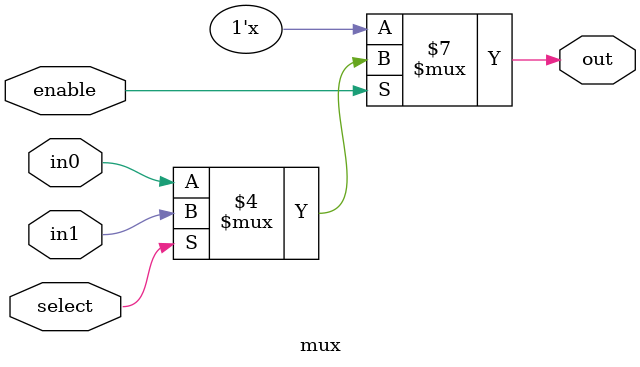
<source format=v>
module mux(in0,in1,select,out,enable);

input enable;
input in0;
input in1;
output reg out;
input select;
always@(enable or select or in0 or in1)
begin
if(enable==0)
out = 8'bz;
else if(select)
out <= in1;
else
out <= in0;
end


endmodule

</source>
